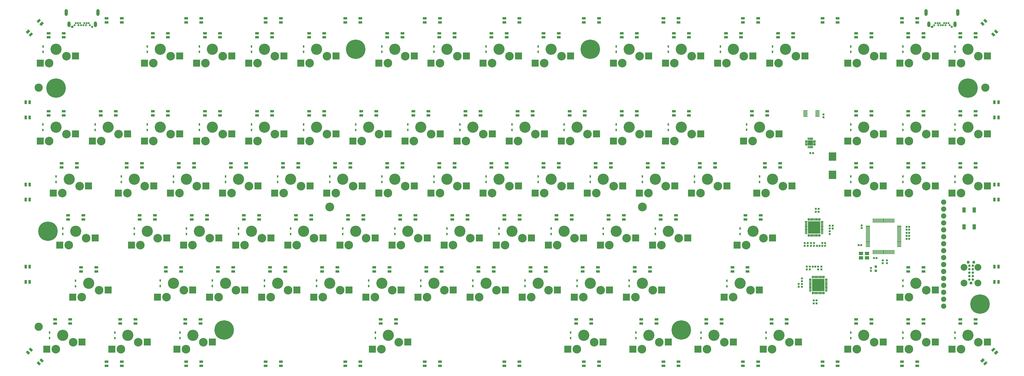
<source format=gbs>
G04 #@! TF.GenerationSoftware,KiCad,Pcbnew,(2017-04-15 revision 60310b3d3)-makepkg*
G04 #@! TF.CreationDate,2017-04-19T10:34:45-04:00*
G04 #@! TF.ProjectId,KType,4B547970652E6B696361645F70636200,1.01a*
G04 #@! TF.FileFunction,Soldermask,Bot*
G04 #@! TF.FilePolarity,Negative*
%FSLAX46Y46*%
G04 Gerber Fmt 4.6, Leading zero omitted, Abs format (unit mm)*
G04 Created by KiCad (PCBNEW (2017-04-15 revision 60310b3d3)-makepkg) date 04/19/17 10:34:45*
%MOMM*%
%LPD*%
G01*
G04 APERTURE LIST*
%ADD10C,0.150000*%
%ADD11R,1.201600X1.201600*%
%ADD12R,0.301600X0.851600*%
%ADD13R,0.851600X0.301600*%
%ADD14R,2.641600X2.641600*%
%ADD15C,3.149854*%
%ADD16C,4.089425*%
%ADD17R,1.346200X0.901600*%
%ADD18C,0.901600*%
%ADD19R,0.901600X1.346200*%
%ADD20R,2.801620X3.050540*%
%ADD21R,1.201600X1.901600*%
%ADD22R,1.001600X1.001600*%
%ADD23R,0.301600X0.901600*%
%ADD24R,0.901600X0.301600*%
%ADD25R,0.601600X0.901600*%
%ADD26R,1.551600X0.401600*%
%ADD27O,1.051600X0.801600*%
%ADD28O,1.201600X2.501600*%
%ADD29O,1.201600X2.051600*%
%ADD30C,0.701600*%
%ADD31C,0.801600*%
%ADD32C,1.901600*%
%ADD33R,0.401600X1.601600*%
%ADD34R,1.601600X0.401600*%
%ADD35R,0.701600X0.751600*%
%ADD36R,0.751600X0.701600*%
%ADD37R,0.899160X0.899160*%
%ADD38C,3.000000*%
%ADD39C,0.889000*%
%ADD40C,1.092210*%
%ADD41C,2.476510*%
%ADD42R,1.501600X1.301600*%
%ADD43C,7.101600*%
%ADD44C,3.226700*%
G04 APERTURE END LIST*
D10*
D11*
X318263000Y-127572000D03*
X319363000Y-127572000D03*
X321563000Y-127572000D03*
X320463000Y-127572000D03*
D12*
X322113000Y-126297000D03*
X321713000Y-126297000D03*
X321313000Y-126297000D03*
X320913000Y-126297000D03*
X320513000Y-126297000D03*
X320113000Y-126297000D03*
X319713000Y-126297000D03*
X319313000Y-126297000D03*
X318913000Y-126297000D03*
X318513000Y-126297000D03*
X318113000Y-126297000D03*
X317713000Y-126297000D03*
D13*
X316988000Y-128622000D03*
X316988000Y-129022000D03*
X316988000Y-129422000D03*
X316988000Y-129822000D03*
X316988000Y-130222000D03*
X316988000Y-130622000D03*
X316988000Y-131022000D03*
X316988000Y-131422000D03*
D12*
X320913000Y-132147000D03*
X321313000Y-132147000D03*
X321713000Y-132147000D03*
X322113000Y-132147000D03*
X317713000Y-132147000D03*
X318113000Y-132147000D03*
X318513000Y-132147000D03*
X318913000Y-132147000D03*
X319313000Y-132147000D03*
X319713000Y-132147000D03*
X320113000Y-132147000D03*
X320513000Y-132147000D03*
D13*
X316988000Y-127022000D03*
X316988000Y-127422000D03*
X316988000Y-127822000D03*
X316988000Y-128222000D03*
X322838000Y-131422000D03*
X322838000Y-131022000D03*
X322838000Y-130622000D03*
X322838000Y-130222000D03*
X322838000Y-129822000D03*
X322838000Y-129422000D03*
X322838000Y-129022000D03*
X322838000Y-128622000D03*
X322838000Y-128222000D03*
X322838000Y-127822000D03*
X322838000Y-127422000D03*
X322838000Y-127022000D03*
D11*
X320463000Y-128672000D03*
X321563000Y-128672000D03*
X319363000Y-128672000D03*
X318263000Y-128672000D03*
X318263000Y-130872000D03*
X319363000Y-130872000D03*
X321563000Y-130872000D03*
X320463000Y-130872000D03*
X320463000Y-129772000D03*
X321563000Y-129772000D03*
X319363000Y-129772000D03*
X318263000Y-129772000D03*
X320039000Y-109790000D03*
X318939000Y-109790000D03*
X316739000Y-109790000D03*
X317839000Y-109790000D03*
D12*
X316189000Y-111065000D03*
X316589000Y-111065000D03*
X316989000Y-111065000D03*
X317389000Y-111065000D03*
X317789000Y-111065000D03*
X318189000Y-111065000D03*
X318589000Y-111065000D03*
X318989000Y-111065000D03*
X319389000Y-111065000D03*
X319789000Y-111065000D03*
X320189000Y-111065000D03*
X320589000Y-111065000D03*
D13*
X321314000Y-108740000D03*
X321314000Y-108340000D03*
X321314000Y-107940000D03*
X321314000Y-107540000D03*
X321314000Y-107140000D03*
X321314000Y-106740000D03*
X321314000Y-106340000D03*
X321314000Y-105940000D03*
D12*
X317389000Y-105215000D03*
X316989000Y-105215000D03*
X316589000Y-105215000D03*
X316189000Y-105215000D03*
X320589000Y-105215000D03*
X320189000Y-105215000D03*
X319789000Y-105215000D03*
X319389000Y-105215000D03*
X318989000Y-105215000D03*
X318589000Y-105215000D03*
X318189000Y-105215000D03*
X317789000Y-105215000D03*
D13*
X321314000Y-110340000D03*
X321314000Y-109940000D03*
X321314000Y-109540000D03*
X321314000Y-109140000D03*
X315464000Y-105940000D03*
X315464000Y-106340000D03*
X315464000Y-106740000D03*
X315464000Y-107140000D03*
X315464000Y-107540000D03*
X315464000Y-107940000D03*
X315464000Y-108340000D03*
X315464000Y-108740000D03*
X315464000Y-109140000D03*
X315464000Y-109540000D03*
X315464000Y-109940000D03*
X315464000Y-110340000D03*
D11*
X317839000Y-108690000D03*
X316739000Y-108690000D03*
X318939000Y-108690000D03*
X320039000Y-108690000D03*
X320039000Y-106490000D03*
X318939000Y-106490000D03*
X316739000Y-106490000D03*
X317839000Y-106490000D03*
X317839000Y-107590000D03*
X316739000Y-107590000D03*
X318939000Y-107590000D03*
X320039000Y-107590000D03*
D14*
X349785000Y-47942500D03*
X362685000Y-45339000D03*
D15*
X353060000Y-47942500D03*
X359410000Y-45402500D03*
D16*
X355600000Y-42862500D03*
D14*
X297397000Y-95567500D03*
X310297000Y-92964000D03*
D15*
X300672000Y-95567500D03*
X307022000Y-93027500D03*
D16*
X303212000Y-90487500D03*
D14*
X40222500Y-95567500D03*
X53122500Y-92964000D03*
D15*
X43497500Y-95567500D03*
X49847500Y-93027500D03*
D16*
X46037500Y-90487500D03*
D14*
X47366200Y-133668000D03*
X60266200Y-131064500D03*
D15*
X50641200Y-133668000D03*
X56991200Y-131128000D03*
D16*
X53181200Y-128588000D03*
D14*
X290254000Y-114618000D03*
X303154000Y-112014500D03*
D15*
X293529000Y-114618000D03*
X299879000Y-112078000D03*
D16*
X296069000Y-109538000D03*
D14*
X42603800Y-114618000D03*
X55503800Y-112014500D03*
D15*
X45878800Y-114618000D03*
X52228800Y-112078000D03*
D16*
X48418800Y-109538000D03*
D14*
X35460000Y-76517500D03*
X48360000Y-73914000D03*
D15*
X38735000Y-76517500D03*
X45085000Y-73977500D03*
D16*
X41275000Y-71437500D03*
D14*
X54510000Y-76517500D03*
X67410000Y-73914000D03*
D15*
X57785000Y-76517500D03*
X64135000Y-73977500D03*
D16*
X60325000Y-71437500D03*
D14*
X73560000Y-76517500D03*
X86460000Y-73914000D03*
D15*
X76835000Y-76517500D03*
X83185000Y-73977500D03*
D16*
X79375000Y-71437500D03*
D14*
X92610000Y-76517500D03*
X105510000Y-73914000D03*
D15*
X95885000Y-76517500D03*
X102235000Y-73977500D03*
D16*
X98425000Y-71437500D03*
D14*
X111660000Y-76517500D03*
X124560000Y-73914000D03*
D15*
X114935000Y-76517500D03*
X121285000Y-73977500D03*
D16*
X117475000Y-71437500D03*
D14*
X130710000Y-76517500D03*
X143610000Y-73914000D03*
D15*
X133985000Y-76517500D03*
X140335000Y-73977500D03*
D16*
X136525000Y-71437500D03*
D14*
X149760000Y-76517500D03*
X162660000Y-73914000D03*
D15*
X153035000Y-76517500D03*
X159385000Y-73977500D03*
D16*
X155575000Y-71437500D03*
D14*
X168810000Y-76517500D03*
X181710000Y-73914000D03*
D15*
X172085000Y-76517500D03*
X178435000Y-73977500D03*
D16*
X174625000Y-71437500D03*
D14*
X187860000Y-76517500D03*
X200760000Y-73914000D03*
D15*
X191135000Y-76517500D03*
X197485000Y-73977500D03*
D16*
X193675000Y-71437500D03*
D14*
X206910000Y-76517500D03*
X219810000Y-73914000D03*
D15*
X210185000Y-76517500D03*
X216535000Y-73977500D03*
D16*
X212725000Y-71437500D03*
D14*
X225960000Y-76517500D03*
X238860000Y-73914000D03*
D15*
X229235000Y-76517500D03*
X235585000Y-73977500D03*
D16*
X231775000Y-71437500D03*
D14*
X245010000Y-76517500D03*
X257910000Y-73914000D03*
D15*
X248285000Y-76517500D03*
X254635000Y-73977500D03*
D16*
X250825000Y-71437500D03*
D14*
X264060000Y-76517500D03*
X276960000Y-73914000D03*
D15*
X267335000Y-76517500D03*
X273685000Y-73977500D03*
D16*
X269875000Y-71437500D03*
D14*
X64035000Y-95567500D03*
X76935000Y-92964000D03*
D15*
X67310000Y-95567500D03*
X73660000Y-93027500D03*
D16*
X69850000Y-90487500D03*
D14*
X68797500Y-114618000D03*
X81697500Y-112014500D03*
D15*
X72072500Y-114618000D03*
X78422500Y-112078000D03*
D16*
X74612500Y-109538000D03*
D14*
X78322500Y-133668000D03*
X91222500Y-131064500D03*
D15*
X81597500Y-133668000D03*
X87947500Y-131128000D03*
D16*
X84137500Y-128588000D03*
D14*
X83085000Y-95567500D03*
X95985000Y-92964000D03*
D15*
X86360000Y-95567500D03*
X92710000Y-93027500D03*
D16*
X88900000Y-90487500D03*
D14*
X102135000Y-95567500D03*
X115035000Y-92964000D03*
D15*
X105410000Y-95567500D03*
X111760000Y-93027500D03*
D16*
X107950000Y-90487500D03*
D14*
X121185000Y-95567500D03*
X134085000Y-92964000D03*
D15*
X124460000Y-95567500D03*
X130810000Y-93027500D03*
D16*
X127000000Y-90487500D03*
D14*
X140235000Y-95567500D03*
X153135000Y-92964000D03*
D15*
X143510000Y-95567500D03*
X149860000Y-93027500D03*
D16*
X146050000Y-90487500D03*
D14*
X159285000Y-95567500D03*
X172185000Y-92964000D03*
D15*
X162560000Y-95567500D03*
X168910000Y-93027500D03*
D16*
X165100000Y-90487500D03*
D14*
X178335000Y-95567500D03*
X191235000Y-92964000D03*
D15*
X181610000Y-95567500D03*
X187960000Y-93027500D03*
D16*
X184150000Y-90487500D03*
D14*
X197385000Y-95567500D03*
X210285000Y-92964000D03*
D15*
X200660000Y-95567500D03*
X207010000Y-93027500D03*
D16*
X203200000Y-90487500D03*
D14*
X216435000Y-95567500D03*
X229335000Y-92964000D03*
D15*
X219710000Y-95567500D03*
X226060000Y-93027500D03*
D16*
X222250000Y-90487500D03*
D14*
X235485000Y-95567500D03*
X248385000Y-92964000D03*
D15*
X238760000Y-95567500D03*
X245110000Y-93027500D03*
D16*
X241300000Y-90487500D03*
D14*
X254535000Y-95567500D03*
X267435000Y-92964000D03*
D15*
X257810000Y-95567500D03*
X264160000Y-93027500D03*
D16*
X260350000Y-90487500D03*
D14*
X273585000Y-95567500D03*
X286485000Y-92964000D03*
D15*
X276860000Y-95567500D03*
X283210000Y-93027500D03*
D16*
X279400000Y-90487500D03*
D14*
X259297000Y-114618000D03*
X272197000Y-112014500D03*
D15*
X262572000Y-114618000D03*
X268922000Y-112078000D03*
D16*
X265112000Y-109538000D03*
D14*
X240247000Y-114618000D03*
X253147000Y-112014500D03*
D15*
X243522000Y-114618000D03*
X249872000Y-112078000D03*
D16*
X246062000Y-109538000D03*
D14*
X221197000Y-114618000D03*
X234097000Y-112014500D03*
D15*
X224472000Y-114618000D03*
X230822000Y-112078000D03*
D16*
X227012000Y-109538000D03*
D14*
X202147000Y-114618000D03*
X215047000Y-112014500D03*
D15*
X205422000Y-114618000D03*
X211772000Y-112078000D03*
D16*
X207962000Y-109538000D03*
D14*
X183097000Y-114618000D03*
X195997000Y-112014500D03*
D15*
X186372000Y-114618000D03*
X192722000Y-112078000D03*
D16*
X188912000Y-109538000D03*
D14*
X164047000Y-114618000D03*
X176947000Y-112014500D03*
D15*
X167322000Y-114618000D03*
X173672000Y-112078000D03*
D16*
X169862000Y-109538000D03*
D14*
X144997000Y-114618000D03*
X157897000Y-112014500D03*
D15*
X148272000Y-114618000D03*
X154622000Y-112078000D03*
D16*
X150812000Y-109538000D03*
D14*
X125947000Y-114618000D03*
X138847000Y-112014500D03*
D15*
X129222000Y-114618000D03*
X135572000Y-112078000D03*
D16*
X131762000Y-109538000D03*
D14*
X106897000Y-114618000D03*
X119797000Y-112014500D03*
D15*
X110172000Y-114618000D03*
X116522000Y-112078000D03*
D16*
X112712000Y-109538000D03*
D14*
X87847500Y-114618000D03*
X100747500Y-112014500D03*
D15*
X91122500Y-114618000D03*
X97472500Y-112078000D03*
D16*
X93662500Y-109538000D03*
D14*
X97373000Y-133668000D03*
X110273000Y-131064500D03*
D15*
X100648000Y-133668000D03*
X106998000Y-131128000D03*
D16*
X103188000Y-128588000D03*
D14*
X116423000Y-133668000D03*
X129323000Y-131064500D03*
D15*
X119698000Y-133668000D03*
X126048000Y-131128000D03*
D16*
X122238000Y-128588000D03*
D14*
X135473000Y-133668000D03*
X148373000Y-131064500D03*
D15*
X138748000Y-133668000D03*
X145098000Y-131128000D03*
D16*
X141288000Y-128588000D03*
D14*
X154523000Y-133668000D03*
X167423000Y-131064500D03*
D15*
X157798000Y-133668000D03*
X164148000Y-131128000D03*
D16*
X160338000Y-128588000D03*
D14*
X173573000Y-133668000D03*
X186473000Y-131064500D03*
D15*
X176848000Y-133668000D03*
X183198000Y-131128000D03*
D16*
X179388000Y-128588000D03*
D14*
X211673000Y-133668000D03*
X224573000Y-131064500D03*
D15*
X214948000Y-133668000D03*
X221298000Y-131128000D03*
D16*
X217488000Y-128588000D03*
D14*
X230723000Y-133668000D03*
X243623000Y-131064500D03*
D15*
X233998000Y-133668000D03*
X240348000Y-131128000D03*
D16*
X236538000Y-128588000D03*
D14*
X249773000Y-133668000D03*
X262673000Y-131064500D03*
D15*
X253048000Y-133668000D03*
X259398000Y-131128000D03*
D16*
X255588000Y-128588000D03*
D14*
X73560000Y-47942500D03*
X86460000Y-45339000D03*
D15*
X76835000Y-47942500D03*
X83185000Y-45402500D03*
D16*
X79375000Y-42862500D03*
D14*
X92610000Y-47942500D03*
X105510000Y-45339000D03*
D15*
X95885000Y-47942500D03*
X102235000Y-45402500D03*
D16*
X98425000Y-42862500D03*
D14*
X111660000Y-47942500D03*
X124560000Y-45339000D03*
D15*
X114935000Y-47942500D03*
X121285000Y-45402500D03*
D16*
X117475000Y-42862500D03*
D14*
X130710000Y-47942500D03*
X143610000Y-45339000D03*
D15*
X133985000Y-47942500D03*
X140335000Y-45402500D03*
D16*
X136525000Y-42862500D03*
D14*
X302160000Y-47942500D03*
X315060000Y-45339000D03*
D15*
X305435000Y-47942500D03*
X311785000Y-45402500D03*
D16*
X307975000Y-42862500D03*
D14*
X283110000Y-47942500D03*
X296010000Y-45339000D03*
D15*
X286385000Y-47942500D03*
X292735000Y-45402500D03*
D16*
X288925000Y-42862500D03*
D14*
X264060000Y-47942500D03*
X276960000Y-45339000D03*
D15*
X267335000Y-47942500D03*
X273685000Y-45402500D03*
D16*
X269875000Y-42862500D03*
D14*
X245010000Y-47942500D03*
X257910000Y-45339000D03*
D15*
X248285000Y-47942500D03*
X254635000Y-45402500D03*
D16*
X250825000Y-42862500D03*
D14*
X216435000Y-47942500D03*
X229335000Y-45339000D03*
D15*
X219710000Y-47942500D03*
X226060000Y-45402500D03*
D16*
X222250000Y-42862500D03*
D14*
X197385000Y-47942500D03*
X210285000Y-45339000D03*
D15*
X200660000Y-47942500D03*
X207010000Y-45402500D03*
D16*
X203200000Y-42862500D03*
D14*
X178335000Y-47942500D03*
X191235000Y-45339000D03*
D15*
X181610000Y-47942500D03*
X187960000Y-45402500D03*
D16*
X184150000Y-42862500D03*
D14*
X159285000Y-47942500D03*
X172185000Y-45339000D03*
D15*
X162560000Y-47942500D03*
X168910000Y-45402500D03*
D16*
X165100000Y-42862500D03*
D14*
X330735000Y-47942500D03*
X343635000Y-45339000D03*
D15*
X334010000Y-47942500D03*
X340360000Y-45402500D03*
D16*
X336550000Y-42862500D03*
D14*
X330735000Y-76517500D03*
X343635000Y-73914000D03*
D15*
X334010000Y-76517500D03*
X340360000Y-73977500D03*
D16*
X336550000Y-71437500D03*
D14*
X349785000Y-76517500D03*
X362685000Y-73914000D03*
D15*
X353060000Y-76517500D03*
X359410000Y-73977500D03*
D16*
X355600000Y-71437500D03*
D14*
X368835000Y-76517500D03*
X381735000Y-73914000D03*
D15*
X372110000Y-76517500D03*
X378460000Y-73977500D03*
D16*
X374650000Y-71437500D03*
D14*
X368835000Y-95567500D03*
X381735000Y-92964000D03*
D15*
X372110000Y-95567500D03*
X378460000Y-93027500D03*
D16*
X374650000Y-90487500D03*
D14*
X349785000Y-95567500D03*
X362685000Y-92964000D03*
D15*
X353060000Y-95567500D03*
X359410000Y-93027500D03*
D16*
X355600000Y-90487500D03*
D14*
X330735000Y-95567500D03*
X343635000Y-92964000D03*
D15*
X334010000Y-95567500D03*
X340360000Y-93027500D03*
D16*
X336550000Y-90487500D03*
D14*
X368835000Y-47942500D03*
X381735000Y-45339000D03*
D15*
X372110000Y-47942500D03*
X378460000Y-45402500D03*
D16*
X374650000Y-42862500D03*
D14*
X349785000Y-152718000D03*
X362685000Y-150114500D03*
D15*
X353060000Y-152718000D03*
X359410000Y-150178000D03*
D16*
X355600000Y-147638000D03*
D14*
X368835000Y-152718000D03*
X381735000Y-150114500D03*
D15*
X372110000Y-152718000D03*
X378460000Y-150178000D03*
D16*
X374650000Y-147638000D03*
D14*
X330735000Y-152718000D03*
X343635000Y-150114500D03*
D15*
X334010000Y-152718000D03*
X340360000Y-150178000D03*
D16*
X336550000Y-147638000D03*
D14*
X349785000Y-133668000D03*
X362685000Y-131064500D03*
D15*
X353060000Y-133668000D03*
X359410000Y-131128000D03*
D16*
X355600000Y-128588000D03*
D14*
X37841200Y-152718000D03*
X50741200Y-150114500D03*
D15*
X41116200Y-152718000D03*
X47466200Y-150178000D03*
D16*
X43656200Y-147638000D03*
D14*
X61653800Y-152718000D03*
X74553800Y-150114500D03*
D15*
X64928800Y-152718000D03*
X71278800Y-150178000D03*
D16*
X67468800Y-147638000D03*
D14*
X85466200Y-152718000D03*
X98366200Y-150114500D03*
D15*
X88741200Y-152718000D03*
X95091200Y-150178000D03*
D16*
X91281200Y-147638000D03*
D14*
X228341000Y-152718000D03*
X241241000Y-150114500D03*
D15*
X231616000Y-152718000D03*
X237966000Y-150178000D03*
D16*
X234156000Y-147638000D03*
D14*
X252154000Y-152718000D03*
X265054000Y-150114500D03*
D15*
X255429000Y-152718000D03*
X261779000Y-150178000D03*
D16*
X257969000Y-147638000D03*
D14*
X275966000Y-152718000D03*
X288866000Y-150114500D03*
D15*
X279241000Y-152718000D03*
X285591000Y-150178000D03*
D16*
X281781000Y-147638000D03*
D14*
X299779000Y-152718000D03*
X312679000Y-150114500D03*
D15*
X303054000Y-152718000D03*
X309404000Y-150178000D03*
D16*
X305594000Y-147638000D03*
D14*
X156904000Y-152718000D03*
X169804000Y-150114500D03*
D15*
X160179000Y-152718000D03*
X166529000Y-150178000D03*
D16*
X162719000Y-147638000D03*
D14*
X285491000Y-133668000D03*
X298391000Y-131064500D03*
D15*
X288766000Y-133668000D03*
X295116000Y-131128000D03*
D16*
X291306000Y-128588000D03*
D14*
X292635000Y-76517500D03*
X305535000Y-73914000D03*
D15*
X295910000Y-76517500D03*
X302260000Y-73977500D03*
D16*
X298450000Y-71437500D03*
D14*
X192623000Y-133668000D03*
X205523000Y-131064500D03*
D15*
X195898000Y-133668000D03*
X202248000Y-131128000D03*
D16*
X198438000Y-128588000D03*
D14*
X35460000Y-47942500D03*
X48360000Y-45339000D03*
D15*
X38735000Y-47942500D03*
X45085000Y-45402500D03*
D16*
X41275000Y-42862500D03*
D17*
X339331300Y-37032500D03*
X339331300Y-38532500D03*
X333768700Y-38532500D03*
X333768700Y-37032500D03*
X44056300Y-37032500D03*
X44056300Y-38532500D03*
X38493700Y-38532500D03*
X38493700Y-37032500D03*
X82156300Y-37032500D03*
X82156300Y-38532500D03*
X76593700Y-38532500D03*
X76593700Y-37032500D03*
X101206300Y-37032500D03*
X101206300Y-38532500D03*
X95643700Y-38532500D03*
X95643700Y-37032500D03*
X120256300Y-37032500D03*
X120256300Y-38532500D03*
X114693700Y-38532500D03*
X114693700Y-37032500D03*
X139306300Y-37032500D03*
X139306300Y-38532500D03*
X133743700Y-38532500D03*
X133743700Y-37032500D03*
X167881300Y-37032500D03*
X167881300Y-38532500D03*
X162318700Y-38532500D03*
X162318700Y-37032500D03*
X186931300Y-37032500D03*
X186931300Y-38532500D03*
X181368700Y-38532500D03*
X181368700Y-37032500D03*
X205981300Y-37032500D03*
X205981300Y-38532500D03*
X200418700Y-38532500D03*
X200418700Y-37032500D03*
X225031300Y-37032500D03*
X225031300Y-38532500D03*
X219468700Y-38532500D03*
X219468700Y-37032500D03*
X253606300Y-37032500D03*
X253606300Y-38532500D03*
X248043700Y-38532500D03*
X248043700Y-37032500D03*
X272656300Y-37032500D03*
X272656300Y-38532500D03*
X267093700Y-38532500D03*
X267093700Y-37032500D03*
X291706300Y-37032500D03*
X291706300Y-38532500D03*
X286143700Y-38532500D03*
X286143700Y-37032500D03*
X310756300Y-37032500D03*
X310756300Y-38532500D03*
X305193700Y-38532500D03*
X305193700Y-37032500D03*
X358381300Y-37032500D03*
X358381300Y-38532500D03*
X352818700Y-38532500D03*
X352818700Y-37032500D03*
X377431300Y-37032500D03*
X377431300Y-38532500D03*
X371868700Y-38532500D03*
X371868700Y-37032500D03*
X44056300Y-65607500D03*
X44056300Y-67107500D03*
X38493700Y-67107500D03*
X38493700Y-65607500D03*
X63106300Y-65607500D03*
X63106300Y-67107500D03*
X57543700Y-67107500D03*
X57543700Y-65607500D03*
X82156300Y-65607500D03*
X82156300Y-67107500D03*
X76593700Y-67107500D03*
X76593700Y-65607500D03*
X101206300Y-65607500D03*
X101206300Y-67107500D03*
X95643700Y-67107500D03*
X95643700Y-65607500D03*
X120256300Y-65607500D03*
X120256300Y-67107500D03*
X114693700Y-67107500D03*
X114693700Y-65607500D03*
X139306300Y-65607500D03*
X139306300Y-67107500D03*
X133743700Y-67107500D03*
X133743700Y-65607500D03*
X158356300Y-65607500D03*
X158356300Y-67107500D03*
X152793700Y-67107500D03*
X152793700Y-65607500D03*
X177406300Y-65607500D03*
X177406300Y-67107500D03*
X171843700Y-67107500D03*
X171843700Y-65607500D03*
X196456300Y-65607500D03*
X196456300Y-67107500D03*
X190893700Y-67107500D03*
X190893700Y-65607500D03*
X215506300Y-65607500D03*
X215506300Y-67107500D03*
X209943700Y-67107500D03*
X209943700Y-65607500D03*
X234556300Y-65607500D03*
X234556300Y-67107500D03*
X228993700Y-67107500D03*
X228993700Y-65607500D03*
X253606300Y-65607500D03*
X253606300Y-67107500D03*
X248043700Y-67107500D03*
X248043700Y-65607500D03*
X272656300Y-65607500D03*
X272656300Y-67107500D03*
X267093700Y-67107500D03*
X267093700Y-65607500D03*
X301231300Y-65607500D03*
X301231300Y-67107500D03*
X295668700Y-67107500D03*
X295668700Y-65607500D03*
X339331300Y-65607500D03*
X339331300Y-67107500D03*
X333768700Y-67107500D03*
X333768700Y-65607500D03*
X358381300Y-65607500D03*
X358381300Y-67107500D03*
X352818700Y-67107500D03*
X352818700Y-65607500D03*
X377431300Y-65607500D03*
X377431300Y-67107500D03*
X371868700Y-67107500D03*
X371868700Y-65607500D03*
X48818800Y-84657500D03*
X48818800Y-86157500D03*
X43256200Y-86157500D03*
X43256200Y-84657500D03*
X72631300Y-84657500D03*
X72631300Y-86157500D03*
X67068700Y-86157500D03*
X67068700Y-84657500D03*
X91681300Y-84657500D03*
X91681300Y-86157500D03*
X86118700Y-86157500D03*
X86118700Y-84657500D03*
X110731300Y-84657500D03*
X110731300Y-86157500D03*
X105168700Y-86157500D03*
X105168700Y-84657500D03*
X129781300Y-84657500D03*
X129781300Y-86157500D03*
X124218700Y-86157500D03*
X124218700Y-84657500D03*
X148831300Y-84657500D03*
X148831300Y-86157500D03*
X143268700Y-86157500D03*
X143268700Y-84657500D03*
X167881300Y-84657500D03*
X167881300Y-86157500D03*
X162318700Y-86157500D03*
X162318700Y-84657500D03*
X186931300Y-84657500D03*
X186931300Y-86157500D03*
X181368700Y-86157500D03*
X181368700Y-84657500D03*
X205981300Y-84657500D03*
X205981300Y-86157500D03*
X200418700Y-86157500D03*
X200418700Y-84657500D03*
X225031300Y-84657500D03*
X225031300Y-86157500D03*
X219468700Y-86157500D03*
X219468700Y-84657500D03*
X244081300Y-84657500D03*
X244081300Y-86157500D03*
X238518700Y-86157500D03*
X238518700Y-84657500D03*
X263131300Y-84657500D03*
X263131300Y-86157500D03*
X257568700Y-86157500D03*
X257568700Y-84657500D03*
X282181300Y-84657500D03*
X282181300Y-86157500D03*
X276618700Y-86157500D03*
X276618700Y-84657500D03*
X305993300Y-84657500D03*
X305993300Y-86157500D03*
X300430700Y-86157500D03*
X300430700Y-84657500D03*
X339331300Y-84657500D03*
X339331300Y-86157500D03*
X333768700Y-86157500D03*
X333768700Y-84657500D03*
X358381300Y-84657500D03*
X358381300Y-86157500D03*
X352818700Y-86157500D03*
X352818700Y-84657500D03*
X377431300Y-84657500D03*
X377431300Y-86157500D03*
X371868700Y-86157500D03*
X371868700Y-84657500D03*
X51200100Y-103708000D03*
X51200100Y-105208000D03*
X45637500Y-105208000D03*
X45637500Y-103708000D03*
X77393800Y-103708000D03*
X77393800Y-105208000D03*
X71831200Y-105208000D03*
X71831200Y-103708000D03*
X96443800Y-103708000D03*
X96443800Y-105208000D03*
X90881200Y-105208000D03*
X90881200Y-103708000D03*
X115493300Y-103708000D03*
X115493300Y-105208000D03*
X109930700Y-105208000D03*
X109930700Y-103708000D03*
X134543300Y-103708000D03*
X134543300Y-105208000D03*
X128980700Y-105208000D03*
X128980700Y-103708000D03*
X153593300Y-103708000D03*
X153593300Y-105208000D03*
X148030700Y-105208000D03*
X148030700Y-103708000D03*
X172643300Y-103708000D03*
X172643300Y-105208000D03*
X167080700Y-105208000D03*
X167080700Y-103708000D03*
X191693300Y-103708000D03*
X191693300Y-105208000D03*
X186130700Y-105208000D03*
X186130700Y-103708000D03*
X210743300Y-103708000D03*
X210743300Y-105208000D03*
X205180700Y-105208000D03*
X205180700Y-103708000D03*
X229793300Y-103708000D03*
X229793300Y-105208000D03*
X224230700Y-105208000D03*
X224230700Y-103708000D03*
X248843300Y-103708000D03*
X248843300Y-105208000D03*
X243280700Y-105208000D03*
X243280700Y-103708000D03*
X267893300Y-103708000D03*
X267893300Y-105208000D03*
X262330700Y-105208000D03*
X262330700Y-103708000D03*
X298850300Y-103708000D03*
X298850300Y-105208000D03*
X293287700Y-105208000D03*
X293287700Y-103708000D03*
X55962500Y-122758000D03*
X55962500Y-124258000D03*
X50399900Y-124258000D03*
X50399900Y-122758000D03*
X86918800Y-122758000D03*
X86918800Y-124258000D03*
X81356200Y-124258000D03*
X81356200Y-122758000D03*
X105969300Y-122758000D03*
X105969300Y-124258000D03*
X100406700Y-124258000D03*
X100406700Y-122758000D03*
X125019300Y-122758000D03*
X125019300Y-124258000D03*
X119456700Y-124258000D03*
X119456700Y-122758000D03*
X144069300Y-122758000D03*
X144069300Y-124258000D03*
X138506700Y-124258000D03*
X138506700Y-122758000D03*
X163119300Y-122758000D03*
X163119300Y-124258000D03*
X157556700Y-124258000D03*
X157556700Y-122758000D03*
X182169300Y-122758000D03*
X182169300Y-124258000D03*
X176606700Y-124258000D03*
X176606700Y-122758000D03*
X201219300Y-122758000D03*
X201219300Y-124258000D03*
X195656700Y-124258000D03*
X195656700Y-122758000D03*
X220269300Y-122758000D03*
X220269300Y-124258000D03*
X214706700Y-124258000D03*
X214706700Y-122758000D03*
X239319300Y-122758000D03*
X239319300Y-124258000D03*
X233756700Y-124258000D03*
X233756700Y-122758000D03*
X258369300Y-122758000D03*
X258369300Y-124258000D03*
X252806700Y-124258000D03*
X252806700Y-122758000D03*
X294087300Y-122758000D03*
X294087300Y-124258000D03*
X288524700Y-124258000D03*
X288524700Y-122758000D03*
X358381300Y-122758000D03*
X358381300Y-124258000D03*
X352818700Y-124258000D03*
X352818700Y-122758000D03*
X46437500Y-141808000D03*
X46437500Y-143308000D03*
X40874900Y-143308000D03*
X40874900Y-141808000D03*
X70250100Y-141808000D03*
X70250100Y-143308000D03*
X64687500Y-143308000D03*
X64687500Y-141808000D03*
X94062500Y-141808000D03*
X94062500Y-143308000D03*
X88499900Y-143308000D03*
X88499900Y-141808000D03*
X165500300Y-141808000D03*
X165500300Y-143308000D03*
X159937700Y-143308000D03*
X159937700Y-141808000D03*
X236937300Y-141808000D03*
X236937300Y-143308000D03*
X231374700Y-143308000D03*
X231374700Y-141808000D03*
X260750300Y-141808000D03*
X260750300Y-143308000D03*
X255187700Y-143308000D03*
X255187700Y-141808000D03*
X284562300Y-141808000D03*
X284562300Y-143308000D03*
X278999700Y-143308000D03*
X278999700Y-141808000D03*
X308375300Y-141808000D03*
X308375300Y-143308000D03*
X302812700Y-143308000D03*
X302812700Y-141808000D03*
X339331300Y-141808000D03*
X339331300Y-143308000D03*
X333768700Y-143308000D03*
X333768700Y-141808000D03*
X358381300Y-141808000D03*
X358381300Y-143308000D03*
X352818700Y-143308000D03*
X352818700Y-141808000D03*
X377431300Y-141808000D03*
X377431300Y-143308000D03*
X371868700Y-143308000D03*
X371868700Y-141808000D03*
X176034700Y-33071500D03*
X176034700Y-31571500D03*
X181597300Y-31571500D03*
X181597300Y-33071500D03*
D18*
X34900846Y-32491494D03*
D10*
G36*
X35058036Y-31696777D02*
X35695563Y-32334304D01*
X34743656Y-33286211D01*
X34106129Y-32648684D01*
X35058036Y-31696777D01*
X35058036Y-31696777D01*
G37*
D18*
X35961506Y-33552154D03*
D10*
G36*
X36118696Y-32757437D02*
X36756223Y-33394964D01*
X35804316Y-34346871D01*
X35166789Y-33709344D01*
X36118696Y-32757437D01*
X36118696Y-32757437D01*
G37*
D18*
X32028154Y-37485506D03*
D10*
G36*
X32185344Y-36690789D02*
X32822871Y-37328316D01*
X31870964Y-38280223D01*
X31233437Y-37642696D01*
X32185344Y-36690789D01*
X32185344Y-36690789D01*
G37*
D18*
X30967494Y-36424846D03*
D10*
G36*
X31124684Y-35630129D02*
X31762211Y-36267656D01*
X30810304Y-37219563D01*
X30172777Y-36582036D01*
X31124684Y-35630129D01*
X31124684Y-35630129D01*
G37*
D17*
X88785700Y-33071500D03*
X88785700Y-31571500D03*
X94348300Y-31571500D03*
X94348300Y-33071500D03*
X117868700Y-33071500D03*
X117868700Y-31571500D03*
X123431300Y-31571500D03*
X123431300Y-33071500D03*
X146951700Y-33071500D03*
X146951700Y-31571500D03*
X152514300Y-31571500D03*
X152514300Y-33071500D03*
X205117700Y-33071500D03*
X205117700Y-31571500D03*
X210680300Y-31571500D03*
X210680300Y-33071500D03*
X234200700Y-33071500D03*
X234200700Y-31571500D03*
X239763300Y-31571500D03*
X239763300Y-33071500D03*
X263283700Y-33071500D03*
X263283700Y-31571500D03*
X268846300Y-31571500D03*
X268846300Y-33071500D03*
X292366700Y-33071500D03*
X292366700Y-31571500D03*
X297929300Y-31571500D03*
X297929300Y-33071500D03*
X321449700Y-33071500D03*
X321449700Y-31571500D03*
X327012300Y-31571500D03*
X327012300Y-33071500D03*
X350532700Y-33071500D03*
X350532700Y-31571500D03*
X356095300Y-31571500D03*
X356095300Y-33071500D03*
D18*
X384957006Y-36424846D03*
D10*
G36*
X385751723Y-36582036D02*
X385114196Y-37219563D01*
X384162289Y-36267656D01*
X384799816Y-35630129D01*
X385751723Y-36582036D01*
X385751723Y-36582036D01*
G37*
D18*
X383896346Y-37485506D03*
D10*
G36*
X384691063Y-37642696D02*
X384053536Y-38280223D01*
X383101629Y-37328316D01*
X383739156Y-36690789D01*
X384691063Y-37642696D01*
X384691063Y-37642696D01*
G37*
D18*
X379962994Y-33552154D03*
D10*
G36*
X380757711Y-33709344D02*
X380120184Y-34346871D01*
X379168277Y-33394964D01*
X379805804Y-32757437D01*
X380757711Y-33709344D01*
X380757711Y-33709344D01*
G37*
D18*
X381023654Y-32491494D03*
D10*
G36*
X381818371Y-32648684D02*
X381180844Y-33286211D01*
X380228937Y-32334304D01*
X380866464Y-31696777D01*
X381818371Y-32648684D01*
X381818371Y-32648684D01*
G37*
D19*
X384314000Y-62306200D03*
X385814000Y-62306200D03*
X385814000Y-67868800D03*
X384314000Y-67868800D03*
X384314000Y-92405200D03*
X385814000Y-92405200D03*
X385814000Y-97967800D03*
X384314000Y-97967800D03*
X384314000Y-122504700D03*
X385814000Y-122504700D03*
X385814000Y-128067300D03*
X384314000Y-128067300D03*
D18*
X381023654Y-157881006D03*
D10*
G36*
X380866464Y-158675723D02*
X380228937Y-158038196D01*
X381180844Y-157086289D01*
X381818371Y-157723816D01*
X380866464Y-158675723D01*
X380866464Y-158675723D01*
G37*
D18*
X379962994Y-156820346D03*
D10*
G36*
X379805804Y-157615063D02*
X379168277Y-156977536D01*
X380120184Y-156025629D01*
X380757711Y-156663156D01*
X379805804Y-157615063D01*
X379805804Y-157615063D01*
G37*
D18*
X383896346Y-152886994D03*
D10*
G36*
X383739156Y-153681711D02*
X383101629Y-153044184D01*
X384053536Y-152092277D01*
X384691063Y-152729804D01*
X383739156Y-153681711D01*
X383739156Y-153681711D01*
G37*
D18*
X384957006Y-153947654D03*
D10*
G36*
X384799816Y-154742371D02*
X384162289Y-154104844D01*
X385114196Y-153152937D01*
X385751723Y-153790464D01*
X384799816Y-154742371D01*
X384799816Y-154742371D01*
G37*
D17*
X356095300Y-157302000D03*
X356095300Y-158802000D03*
X350532700Y-158802000D03*
X350532700Y-157302000D03*
X327012300Y-157302000D03*
X327012300Y-158802000D03*
X321449700Y-158802000D03*
X321449700Y-157302000D03*
X297929300Y-157302000D03*
X297929300Y-158802000D03*
X292366700Y-158802000D03*
X292366700Y-157302000D03*
X268846300Y-157302000D03*
X268846300Y-158802000D03*
X263283700Y-158802000D03*
X263283700Y-157302000D03*
X239763300Y-157302000D03*
X239763300Y-158802000D03*
X234200700Y-158802000D03*
X234200700Y-157302000D03*
X210680300Y-157302000D03*
X210680300Y-158802000D03*
X205117700Y-158802000D03*
X205117700Y-157302000D03*
X181597300Y-157302000D03*
X181597300Y-158802000D03*
X176034700Y-158802000D03*
X176034700Y-157302000D03*
X152514300Y-157302000D03*
X152514300Y-158802000D03*
X146951700Y-158802000D03*
X146951700Y-157302000D03*
X123431300Y-157302000D03*
X123431300Y-158802000D03*
X117868700Y-158802000D03*
X117868700Y-157302000D03*
X94348300Y-157302000D03*
X94348300Y-158802000D03*
X88785700Y-158802000D03*
X88785700Y-157302000D03*
X65265300Y-157302000D03*
X65265300Y-158802000D03*
X59702700Y-158802000D03*
X59702700Y-157302000D03*
D18*
X30967494Y-153947654D03*
D10*
G36*
X30172777Y-153790464D02*
X30810304Y-153152937D01*
X31762211Y-154104844D01*
X31124684Y-154742371D01*
X30172777Y-153790464D01*
X30172777Y-153790464D01*
G37*
D18*
X32028154Y-152886994D03*
D10*
G36*
X31233437Y-152729804D02*
X31870964Y-152092277D01*
X32822871Y-153044184D01*
X32185344Y-153681711D01*
X31233437Y-152729804D01*
X31233437Y-152729804D01*
G37*
D18*
X35961506Y-156820346D03*
D10*
G36*
X35166789Y-156663156D02*
X35804316Y-156025629D01*
X36756223Y-156977536D01*
X36118696Y-157615063D01*
X35166789Y-156663156D01*
X35166789Y-156663156D01*
G37*
D18*
X34900846Y-157881006D03*
D10*
G36*
X34106129Y-157723816D02*
X34743656Y-157086289D01*
X35695563Y-158038196D01*
X35058036Y-158675723D01*
X34106129Y-157723816D01*
X34106129Y-157723816D01*
G37*
D19*
X31611000Y-128067300D03*
X30111000Y-128067300D03*
X30111000Y-122504700D03*
X31611000Y-122504700D03*
X31611000Y-97967800D03*
X30111000Y-97967800D03*
X30111000Y-92405200D03*
X31611000Y-92405200D03*
X31611000Y-67868800D03*
X30111000Y-67868800D03*
X30111000Y-62306200D03*
X31611000Y-62306200D03*
D17*
X59702700Y-33071500D03*
X59702700Y-31571500D03*
X65265300Y-31571500D03*
X65265300Y-33071500D03*
D20*
X325120000Y-88910160D03*
X325120000Y-82158840D03*
D21*
X376913000Y-107938000D03*
X373213000Y-107938000D03*
X376913000Y-101738000D03*
X373213000Y-101738000D03*
D22*
X316605000Y-77634200D03*
D23*
X316255000Y-78684200D03*
X317855000Y-78684200D03*
X317455000Y-78684200D03*
X316655000Y-78684200D03*
X317055000Y-78684200D03*
X317055000Y-75684200D03*
X316655000Y-75684200D03*
X317455000Y-75684200D03*
X317855000Y-75684200D03*
X316255000Y-75684200D03*
D24*
X318555000Y-76384200D03*
X318555000Y-77984200D03*
X318555000Y-77584200D03*
X318555000Y-76784200D03*
X318555000Y-77184200D03*
X315555000Y-77184200D03*
X315555000Y-76784200D03*
X315555000Y-77584200D03*
X315555000Y-77984200D03*
X315555000Y-76384200D03*
D22*
X317505000Y-77634200D03*
X317505000Y-76734200D03*
X316605000Y-76734200D03*
D25*
X260350000Y-108538000D03*
X260350000Y-110538000D03*
X369888000Y-146638000D03*
X369888000Y-148638000D03*
X350838000Y-146638000D03*
X350838000Y-148638000D03*
X331788000Y-146638000D03*
X331788000Y-148638000D03*
X300831000Y-146638000D03*
X300831000Y-148638000D03*
X277019000Y-146638000D03*
X277019000Y-148638000D03*
X253206000Y-146638000D03*
X253206000Y-148638000D03*
X229394000Y-146638000D03*
X229394000Y-148638000D03*
X157956000Y-146638000D03*
X157956000Y-148638000D03*
X86518800Y-146638000D03*
X86518800Y-148638000D03*
X62706200Y-146638000D03*
X62706200Y-148638000D03*
X38893800Y-146638000D03*
X38893800Y-148638000D03*
X350838000Y-127588000D03*
X350838000Y-129588000D03*
X286512000Y-127651000D03*
X286512000Y-129651000D03*
X250825000Y-127588000D03*
X250825000Y-129588000D03*
X231775000Y-127588000D03*
X231775000Y-129588000D03*
X212725000Y-127588000D03*
X212725000Y-129588000D03*
X193675000Y-127588000D03*
X193675000Y-129588000D03*
X174625000Y-127588000D03*
X174625000Y-129588000D03*
X155575000Y-127588000D03*
X155575000Y-129588000D03*
X136525000Y-127588000D03*
X136525000Y-129588000D03*
X117475000Y-127588000D03*
X117475000Y-129588000D03*
X98425000Y-127588000D03*
X98425000Y-129588000D03*
X79375000Y-127588000D03*
X79375000Y-129588000D03*
X48387000Y-127651000D03*
X48387000Y-129651000D03*
X291305000Y-108538000D03*
X291305000Y-110538000D03*
X241300000Y-108538000D03*
X241300000Y-110538000D03*
X222250000Y-108538000D03*
X222250000Y-110538000D03*
X203200000Y-108538000D03*
X203200000Y-110538000D03*
X184150000Y-108538000D03*
X184150000Y-110538000D03*
X165100000Y-108538000D03*
X165100000Y-110538000D03*
X146050000Y-108538000D03*
X146050000Y-110538000D03*
X127000000Y-108538000D03*
X127000000Y-110538000D03*
X107950000Y-108538000D03*
X107950000Y-110538000D03*
X88900000Y-108538000D03*
X88900000Y-110538000D03*
X69850000Y-108538000D03*
X69850000Y-110538000D03*
X43656200Y-108538000D03*
X43656200Y-110538000D03*
X369888000Y-89487500D03*
X369888000Y-91487500D03*
X350838000Y-89487500D03*
X350838000Y-91487500D03*
X331788000Y-89487500D03*
X331788000Y-91487500D03*
X298450000Y-89487500D03*
X298450000Y-91487500D03*
X274638000Y-89487500D03*
X274638000Y-91487500D03*
X255588000Y-89487500D03*
X255588000Y-91487500D03*
X236538000Y-89487500D03*
X236538000Y-91487500D03*
X217488000Y-89487500D03*
X217488000Y-91487500D03*
X198438000Y-89487500D03*
X198438000Y-91487500D03*
X179388000Y-89487500D03*
X179388000Y-91487500D03*
X160338000Y-89487500D03*
X160338000Y-91487500D03*
X141288000Y-89487500D03*
X141288000Y-91487500D03*
X122238000Y-89487500D03*
X122238000Y-91487500D03*
X103188000Y-89487500D03*
X103188000Y-91487500D03*
X84137500Y-89487500D03*
X84137500Y-91487500D03*
X65087500Y-89487500D03*
X65087500Y-91487500D03*
X41275000Y-89487500D03*
X41275000Y-91487500D03*
X369888000Y-70437500D03*
X369888000Y-72437500D03*
X350838000Y-70437500D03*
X350838000Y-72437500D03*
X331788000Y-70437500D03*
X331788000Y-72437500D03*
X293751000Y-70374000D03*
X293751000Y-72374000D03*
X265112000Y-70437500D03*
X265112000Y-72437500D03*
X246062000Y-70437500D03*
X246062000Y-72437500D03*
X227012000Y-70437500D03*
X227012000Y-72437500D03*
X207962000Y-70437500D03*
X207962000Y-72437500D03*
X188912000Y-70437500D03*
X188912000Y-72437500D03*
X169862000Y-70437500D03*
X169862000Y-72437500D03*
X150812000Y-70437500D03*
X150812000Y-72437500D03*
X131762000Y-70437500D03*
X131762000Y-72437500D03*
X112712000Y-70437500D03*
X112712000Y-72437500D03*
X93662500Y-70437500D03*
X93662500Y-72437500D03*
X74612500Y-70437500D03*
X74612500Y-72437500D03*
X55562500Y-70437500D03*
X55562500Y-72437500D03*
X36385500Y-70437500D03*
X36385500Y-72437500D03*
X369888000Y-41862500D03*
X369888000Y-43862500D03*
X350838000Y-41862500D03*
X350838000Y-43862500D03*
X331788000Y-41862500D03*
X331788000Y-43862500D03*
X303212000Y-41862500D03*
X303212000Y-43862500D03*
X284162000Y-41862500D03*
X284162000Y-43862500D03*
X265112000Y-41862500D03*
X265112000Y-43862500D03*
X246062000Y-41862500D03*
X246062000Y-43862500D03*
X217488000Y-41862500D03*
X217488000Y-43862500D03*
X198438000Y-41862500D03*
X198438000Y-43862500D03*
X179388000Y-41862500D03*
X179388000Y-43862500D03*
X160338000Y-41862500D03*
X160338000Y-43862500D03*
X131762000Y-41862500D03*
X131762000Y-43862500D03*
X112712000Y-41862500D03*
X112712000Y-43862500D03*
X93662500Y-41862500D03*
X93662500Y-43862500D03*
X74612500Y-41862500D03*
X74612500Y-43862500D03*
X36512500Y-41862500D03*
X36512500Y-43862500D03*
D26*
X315236000Y-66952800D03*
X315236000Y-67452800D03*
X315236000Y-65452800D03*
X315236000Y-65952800D03*
X315236000Y-66452800D03*
X319636000Y-67452800D03*
X319636000Y-66952800D03*
X319636000Y-65452800D03*
X319636000Y-65952800D03*
X319636000Y-66452800D03*
D27*
X47200000Y-34658300D03*
D28*
X45000000Y-29408300D03*
X56600000Y-29408300D03*
D29*
X46000000Y-33783300D03*
X55600000Y-33733300D03*
D30*
X53600000Y-34108300D03*
X53200000Y-33308300D03*
X52400000Y-33308300D03*
X52150000Y-34108300D03*
X51600000Y-33308300D03*
X51200000Y-34108300D03*
X50400000Y-34108300D03*
X50000000Y-33308300D03*
X49450000Y-34108300D03*
X49200000Y-33308300D03*
X48400000Y-33308300D03*
X48000000Y-34108300D03*
D31*
X54400000Y-34658300D03*
D27*
X361525000Y-34658300D03*
D28*
X359325000Y-29408300D03*
X370925000Y-29408300D03*
D29*
X360325000Y-33783300D03*
X369925000Y-33733300D03*
D30*
X367925000Y-34108300D03*
X367525000Y-33308300D03*
X366725000Y-33308300D03*
X366475000Y-34108300D03*
X365925000Y-33308300D03*
X365525000Y-34108300D03*
X364725000Y-34108300D03*
X364325000Y-33308300D03*
X363775000Y-34108300D03*
X363525000Y-33308300D03*
X362725000Y-33308300D03*
X362325000Y-34108300D03*
D31*
X368725000Y-34658300D03*
D32*
X365760000Y-98901000D03*
X365760000Y-101441000D03*
X365760000Y-103981000D03*
X365760000Y-106521000D03*
X365760000Y-109061000D03*
X365760000Y-111601000D03*
X365760000Y-114141000D03*
X365760000Y-116681000D03*
X365760000Y-119221000D03*
X365760000Y-121761000D03*
X365760000Y-124301000D03*
X365760000Y-126841000D03*
X365760000Y-129381000D03*
X365760000Y-131921000D03*
X365760000Y-134461000D03*
X365760000Y-137001000D03*
D33*
X347539000Y-105629000D03*
X347039000Y-105629000D03*
X346539000Y-105629000D03*
X346039000Y-105629000D03*
X345539000Y-105629000D03*
X345039000Y-105629000D03*
X344539000Y-105629000D03*
X344039000Y-105629000D03*
X343539000Y-105629000D03*
X343039000Y-105629000D03*
X342539000Y-105629000D03*
X342039000Y-105629000D03*
X341539000Y-105629000D03*
X341039000Y-105629000D03*
X340539000Y-105629000D03*
X340039000Y-105629000D03*
D34*
X338039000Y-107629000D03*
X338039000Y-108129000D03*
X338039000Y-108629000D03*
X338039000Y-109129000D03*
X338039000Y-109629000D03*
X338039000Y-110129000D03*
X338039000Y-110629000D03*
X338039000Y-111129000D03*
X338039000Y-111629000D03*
X338039000Y-112129000D03*
X338039000Y-112629000D03*
X338039000Y-113129000D03*
X338039000Y-113629000D03*
X338039000Y-114129000D03*
X338039000Y-114629000D03*
X338039000Y-115129000D03*
D33*
X340039000Y-117129000D03*
X340539000Y-117129000D03*
X341039000Y-117129000D03*
X341539000Y-117129000D03*
X342039000Y-117129000D03*
X342539000Y-117129000D03*
X343039000Y-117129000D03*
X343539000Y-117129000D03*
X344039000Y-117129000D03*
X344539000Y-117129000D03*
X345039000Y-117129000D03*
X345539000Y-117129000D03*
X346039000Y-117129000D03*
X346539000Y-117129000D03*
X347039000Y-117129000D03*
X347539000Y-117129000D03*
D34*
X349539000Y-115129000D03*
X349539000Y-114629000D03*
X349539000Y-114129000D03*
X349539000Y-113629000D03*
X349539000Y-113129000D03*
X349539000Y-112629000D03*
X349539000Y-112129000D03*
X349539000Y-111629000D03*
X349539000Y-111129000D03*
X349539000Y-110629000D03*
X349539000Y-110129000D03*
X349539000Y-109629000D03*
X349539000Y-109129000D03*
X349539000Y-108629000D03*
X349539000Y-108129000D03*
X349539000Y-107629000D03*
D35*
X352179000Y-110109000D03*
X353179000Y-110109000D03*
X352179000Y-108966000D03*
X353179000Y-108966000D03*
D36*
X339217000Y-123008000D03*
X339217000Y-124008000D03*
X343535000Y-121214000D03*
X343535000Y-120214000D03*
X345059000Y-121214000D03*
X345059000Y-120214000D03*
X321818000Y-66746500D03*
X321818000Y-67746500D03*
D35*
X318000000Y-80899000D03*
X317000000Y-80899000D03*
D36*
X335788000Y-108386000D03*
X335788000Y-107386000D03*
D35*
X334653000Y-114618000D03*
X335653000Y-114618000D03*
X340241000Y-119316000D03*
X341241000Y-119316000D03*
X353179000Y-111188000D03*
X352179000Y-111188000D03*
X353179000Y-107886000D03*
X352179000Y-107886000D03*
X353179000Y-112332000D03*
X352179000Y-112332000D03*
X320032000Y-102426000D03*
X319032000Y-102426000D03*
X320032000Y-101282000D03*
X319032000Y-101282000D03*
D36*
X324104000Y-108514000D03*
X324104000Y-107514000D03*
X325247000Y-108514000D03*
X325247000Y-107514000D03*
X321437000Y-114863500D03*
X321437000Y-113863500D03*
X322453000Y-114863500D03*
X322453000Y-113863500D03*
D35*
X317889000Y-122492000D03*
X318889000Y-122492000D03*
X318270000Y-134810000D03*
X319270000Y-134810000D03*
X318270000Y-135954000D03*
X319270000Y-135954000D03*
D36*
X313944000Y-128850000D03*
X313944000Y-129850000D03*
X312801000Y-128850000D03*
X312801000Y-129850000D03*
X316865000Y-122500000D03*
X316865000Y-123500000D03*
X315722000Y-122500000D03*
X315722000Y-123500000D03*
X318389000Y-113863500D03*
X318389000Y-114863500D03*
X317246000Y-113863500D03*
X317246000Y-114863500D03*
X316103000Y-113863500D03*
X316103000Y-114863500D03*
X314960000Y-114863500D03*
X314960000Y-113863500D03*
X324104000Y-109546000D03*
X324104000Y-110546000D03*
X319913000Y-123500000D03*
X319913000Y-122500000D03*
X321056000Y-123500000D03*
X321056000Y-122500000D03*
X313944000Y-127818000D03*
X313944000Y-126818000D03*
D35*
X320413000Y-114871500D03*
X319413000Y-114871500D03*
D37*
X340995000Y-124003300D03*
X340995000Y-122504700D03*
D38*
X34925000Y-144462000D03*
X34925000Y-56959500D03*
D39*
X376428000Y-124651000D03*
X375158000Y-124651000D03*
X376428000Y-123381000D03*
X375158000Y-123381000D03*
X375158000Y-122111000D03*
X376428000Y-122111000D03*
X376428000Y-125921000D03*
X375158000Y-125921000D03*
X376428000Y-127191000D03*
X375158000Y-127191000D03*
D40*
X375793000Y-128461000D03*
X376809000Y-120841000D03*
X374777000Y-120841000D03*
D41*
X378333000Y-128461000D03*
X378333000Y-122746000D03*
X373253000Y-128461000D03*
X373253000Y-122746000D03*
D42*
X335577000Y-117691000D03*
X335577000Y-119291000D03*
X337777000Y-119291000D03*
X337777000Y-117691000D03*
D38*
X381000000Y-56959500D03*
D43*
X38265000Y-109540000D03*
X102705000Y-145640000D03*
X269875000Y-145640000D03*
X236535000Y-42869500D03*
X150805000Y-42869500D03*
X41275000Y-57149500D03*
X379095000Y-136202000D03*
X374650000Y-57150000D03*
D44*
X255588000Y-100648000D03*
X141288000Y-100648000D03*
M02*

</source>
